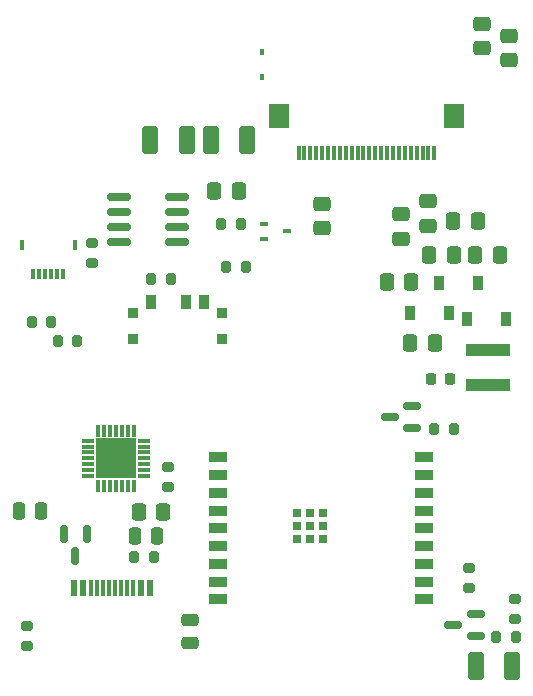
<source format=gtp>
G04 #@! TF.GenerationSoftware,KiCad,Pcbnew,6.0.11-2627ca5db0~126~ubuntu20.04.1*
G04 #@! TF.CreationDate,2023-02-15T22:40:27+01:00*
G04 #@! TF.ProjectId,C3-27-epaper-touch,43332d32-372d-4657-9061-7065722d746f,rev?*
G04 #@! TF.SameCoordinates,Original*
G04 #@! TF.FileFunction,Paste,Top*
G04 #@! TF.FilePolarity,Positive*
%FSLAX46Y46*%
G04 Gerber Fmt 4.6, Leading zero omitted, Abs format (unit mm)*
G04 Created by KiCad (PCBNEW 6.0.11-2627ca5db0~126~ubuntu20.04.1) date 2023-02-15 22:40:27*
%MOMM*%
%LPD*%
G01*
G04 APERTURE LIST*
G04 Aperture macros list*
%AMRoundRect*
0 Rectangle with rounded corners*
0 $1 Rounding radius*
0 $2 $3 $4 $5 $6 $7 $8 $9 X,Y pos of 4 corners*
0 Add a 4 corners polygon primitive as box body*
4,1,4,$2,$3,$4,$5,$6,$7,$8,$9,$2,$3,0*
0 Add four circle primitives for the rounded corners*
1,1,$1+$1,$2,$3*
1,1,$1+$1,$4,$5*
1,1,$1+$1,$6,$7*
1,1,$1+$1,$8,$9*
0 Add four rect primitives between the rounded corners*
20,1,$1+$1,$2,$3,$4,$5,0*
20,1,$1+$1,$4,$5,$6,$7,0*
20,1,$1+$1,$6,$7,$8,$9,0*
20,1,$1+$1,$8,$9,$2,$3,0*%
G04 Aperture macros list end*
%ADD10R,0.450000X0.600000*%
%ADD11RoundRect,0.250000X-0.337500X-0.475000X0.337500X-0.475000X0.337500X0.475000X-0.337500X0.475000X0*%
%ADD12R,1.498600X0.889000*%
%ADD13R,0.711200X0.711200*%
%ADD14RoundRect,0.150000X0.587500X0.150000X-0.587500X0.150000X-0.587500X-0.150000X0.587500X-0.150000X0*%
%ADD15RoundRect,0.250000X0.475000X-0.337500X0.475000X0.337500X-0.475000X0.337500X-0.475000X-0.337500X0*%
%ADD16RoundRect,0.250000X0.337500X0.475000X-0.337500X0.475000X-0.337500X-0.475000X0.337500X-0.475000X0*%
%ADD17R,0.600000X1.450000*%
%ADD18R,0.300000X1.450000*%
%ADD19RoundRect,0.150000X-0.150000X0.587500X-0.150000X-0.587500X0.150000X-0.587500X0.150000X0.587500X0*%
%ADD20RoundRect,0.200000X0.275000X-0.200000X0.275000X0.200000X-0.275000X0.200000X-0.275000X-0.200000X0*%
%ADD21RoundRect,0.200000X-0.200000X-0.275000X0.200000X-0.275000X0.200000X0.275000X-0.200000X0.275000X0*%
%ADD22RoundRect,0.250000X0.412500X0.925000X-0.412500X0.925000X-0.412500X-0.925000X0.412500X-0.925000X0*%
%ADD23RoundRect,0.150000X-0.825000X-0.150000X0.825000X-0.150000X0.825000X0.150000X-0.825000X0.150000X0*%
%ADD24RoundRect,0.250000X-0.475000X0.337500X-0.475000X-0.337500X0.475000X-0.337500X0.475000X0.337500X0*%
%ADD25RoundRect,0.200000X0.200000X0.275000X-0.200000X0.275000X-0.200000X-0.275000X0.200000X-0.275000X0*%
%ADD26R,0.889000X1.244600*%
%ADD27R,0.812800X0.939800*%
%ADD28RoundRect,0.250000X-0.475000X0.250000X-0.475000X-0.250000X0.475000X-0.250000X0.475000X0.250000X0*%
%ADD29R,0.304800X1.193800*%
%ADD30R,1.803400X2.006600*%
%ADD31R,0.900000X1.200000*%
%ADD32RoundRect,0.250000X-0.250000X-0.475000X0.250000X-0.475000X0.250000X0.475000X-0.250000X0.475000X0*%
%ADD33RoundRect,0.200000X-0.275000X0.200000X-0.275000X-0.200000X0.275000X-0.200000X0.275000X0.200000X0*%
%ADD34RoundRect,0.250000X0.250000X0.475000X-0.250000X0.475000X-0.250000X-0.475000X0.250000X-0.475000X0*%
%ADD35RoundRect,0.250000X-0.412500X-0.925000X0.412500X-0.925000X0.412500X0.925000X-0.412500X0.925000X0*%
%ADD36R,0.304800X0.812800*%
%ADD37R,0.406400X0.812800*%
%ADD38R,0.300000X1.000000*%
%ADD39R,1.000000X0.300000*%
%ADD40R,3.350000X3.350000*%
%ADD41R,0.700000X0.450000*%
%ADD42RoundRect,0.225000X-0.225000X-0.250000X0.225000X-0.250000X0.225000X0.250000X-0.225000X0.250000X0*%
%ADD43R,3.708400X1.092200*%
G04 APERTURE END LIST*
D10*
X137471501Y-73420000D03*
X137471501Y-71320000D03*
D11*
X133475000Y-83050000D03*
X135550000Y-83050000D03*
D12*
X151264000Y-117655087D03*
X151264000Y-116155087D03*
X151264000Y-114655085D03*
X151264000Y-113155086D03*
X151264000Y-111655086D03*
X151264000Y-110155087D03*
X151264000Y-108655087D03*
X151264000Y-107155085D03*
X151264000Y-105655085D03*
X133764000Y-105655085D03*
X133764000Y-107155085D03*
X133764000Y-108655087D03*
X133764000Y-110155087D03*
X133764000Y-111655086D03*
X133764000Y-113155086D03*
X133764000Y-114655085D03*
X133764000Y-116155087D03*
X133764000Y-117655087D03*
D13*
X142658198Y-112555110D03*
X141558198Y-112555110D03*
X140458198Y-112555110D03*
X142658300Y-111455112D03*
X141558300Y-111455112D03*
X140458299Y-111455112D03*
X142658198Y-110355114D03*
X141558198Y-110355114D03*
X140458198Y-110355114D03*
D14*
X155587500Y-120800000D03*
X155587500Y-118900000D03*
X153712500Y-119850000D03*
D15*
X149300000Y-87137500D03*
X149300000Y-85062500D03*
D16*
X152137500Y-96000000D03*
X150062500Y-96000000D03*
D17*
X121550000Y-116705000D03*
X122350000Y-116705000D03*
D18*
X123550000Y-116705000D03*
X124550000Y-116705000D03*
X125050000Y-116705000D03*
X126050000Y-116705000D03*
D17*
X127250000Y-116705000D03*
X128050000Y-116705000D03*
X128050000Y-116705000D03*
X127250000Y-116705000D03*
D18*
X126550000Y-116705000D03*
X125550000Y-116705000D03*
X124050000Y-116705000D03*
X123050000Y-116705000D03*
D17*
X122350000Y-116705000D03*
X121550000Y-116705000D03*
D19*
X122650000Y-112125000D03*
X120750000Y-112125000D03*
X121700000Y-114000000D03*
D20*
X129525000Y-108125000D03*
X129525000Y-106475000D03*
D11*
X155550000Y-88500000D03*
X157625000Y-88500000D03*
D21*
X128125000Y-90550000D03*
X129775000Y-90550000D03*
D22*
X131137500Y-78800000D03*
X128062500Y-78800000D03*
D16*
X155787500Y-85650000D03*
X153712500Y-85650000D03*
D23*
X125375000Y-83595000D03*
X125375000Y-84865000D03*
X125375000Y-86135000D03*
X125375000Y-87405000D03*
X130325000Y-87405000D03*
X130325000Y-86135000D03*
X130325000Y-84865000D03*
X130325000Y-83595000D03*
D24*
X158400000Y-69962500D03*
X158400000Y-72037500D03*
D21*
X134475000Y-89530000D03*
X136125000Y-89530000D03*
D25*
X158980000Y-120820000D03*
X157330000Y-120820000D03*
D15*
X156100000Y-71000000D03*
X156100000Y-68925000D03*
D25*
X153745000Y-103210000D03*
X152095000Y-103210000D03*
D26*
X128102100Y-92454820D03*
X131099300Y-92454820D03*
X132597900Y-92454820D03*
D27*
X126550160Y-93399700D03*
X134149840Y-93399700D03*
X126550160Y-95660300D03*
X134149840Y-95660300D03*
D28*
X131400000Y-119450000D03*
X131400000Y-121350000D03*
D29*
X152100001Y-79895600D03*
X151600000Y-79895600D03*
X151100001Y-79895600D03*
X150599999Y-79895600D03*
X150100000Y-79895600D03*
X149600001Y-79895600D03*
X149100000Y-79895600D03*
X148600001Y-79895600D03*
X148099999Y-79895600D03*
X147600000Y-79895600D03*
X147100001Y-79895600D03*
X146600000Y-79895600D03*
X146100000Y-79895600D03*
X145599999Y-79895600D03*
X145100000Y-79895600D03*
X144600001Y-79895600D03*
X144099999Y-79895600D03*
X143600000Y-79895600D03*
X143099999Y-79895600D03*
X142600000Y-79895600D03*
X142100001Y-79895600D03*
X141599999Y-79895600D03*
X141100000Y-79895600D03*
X140600001Y-79895600D03*
D30*
X153750000Y-76745601D03*
X138950000Y-76745601D03*
D16*
X153737500Y-88500000D03*
X151662500Y-88500000D03*
D21*
X126675000Y-114100000D03*
X128325000Y-114100000D03*
D14*
X150237500Y-103190000D03*
X150237500Y-101290000D03*
X148362500Y-102240000D03*
D31*
X155800000Y-90850000D03*
X152500000Y-90850000D03*
D32*
X126750000Y-112300000D03*
X128650000Y-112300000D03*
D33*
X123150000Y-87525000D03*
X123150000Y-89175000D03*
D25*
X119650000Y-94200000D03*
X118000000Y-94200000D03*
D34*
X118800000Y-110200000D03*
X116900000Y-110200000D03*
D35*
X155625000Y-123270000D03*
X158700000Y-123270000D03*
D16*
X129162500Y-110275000D03*
X127087500Y-110275000D03*
D25*
X135725000Y-85850000D03*
X134075000Y-85850000D03*
D36*
X118150000Y-90139000D03*
X118649999Y-90139000D03*
X119150001Y-90139000D03*
X119650000Y-90139000D03*
X120150001Y-90139000D03*
X120650000Y-90139000D03*
D37*
X121650001Y-87625878D03*
X117149999Y-87625878D03*
D21*
X120200000Y-95820000D03*
X121850000Y-95820000D03*
D33*
X117650000Y-119925000D03*
X117650000Y-121575000D03*
D15*
X142600000Y-86237500D03*
X142600000Y-84162500D03*
D38*
X123650000Y-108075000D03*
X124150000Y-108075000D03*
X124650000Y-108075000D03*
X125150000Y-108075000D03*
X125650000Y-108075000D03*
X126150000Y-108075000D03*
X126650000Y-108075000D03*
D39*
X127500000Y-107225000D03*
X127500000Y-106725000D03*
X127500000Y-106225000D03*
X127500000Y-105725000D03*
X127500000Y-105225000D03*
X127500000Y-104725000D03*
X127500000Y-104225000D03*
D38*
X126650000Y-103375000D03*
X126150000Y-103375000D03*
X125650000Y-103375000D03*
X125150000Y-103375000D03*
X124650000Y-103375000D03*
X124150000Y-103375000D03*
X123650000Y-103375000D03*
D39*
X122800000Y-104225000D03*
X122800000Y-104725000D03*
X122800000Y-105225000D03*
X122800000Y-105725000D03*
X122800000Y-106225000D03*
X122800000Y-106725000D03*
X122800000Y-107225000D03*
D40*
X125150000Y-105725000D03*
D31*
X150000000Y-93450000D03*
X153300000Y-93450000D03*
D16*
X150137500Y-90800000D03*
X148062500Y-90800000D03*
D35*
X133162500Y-78800000D03*
X136237500Y-78800000D03*
D41*
X137650000Y-85850000D03*
X137650000Y-87150000D03*
X139650000Y-86500000D03*
D42*
X151850000Y-99050000D03*
X153400000Y-99050000D03*
D20*
X155000000Y-116675000D03*
X155000000Y-115025000D03*
D43*
X156650000Y-96551400D03*
X156650000Y-99548600D03*
D31*
X158200000Y-93950000D03*
X154900000Y-93950000D03*
D15*
X151550000Y-86037500D03*
X151550000Y-83962500D03*
D33*
X158910000Y-117665000D03*
X158910000Y-119315000D03*
M02*

</source>
